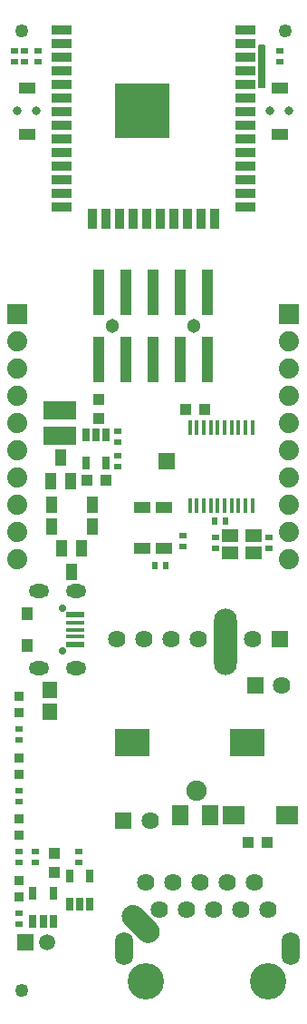
<source format=gbr>
G04 #@! TF.GenerationSoftware,KiCad,Pcbnew,5.1.6-c6e7f7d~87~ubuntu18.04.1*
G04 #@! TF.CreationDate,2021-09-16T13:53:07+03:00*
G04 #@! TF.ProjectId,ESP32-PoE-ISO_Rev_G,45535033-322d-4506-9f45-2d49534f5f52,G*
G04 #@! TF.SameCoordinates,Original*
G04 #@! TF.FileFunction,Soldermask,Top*
G04 #@! TF.FilePolarity,Negative*
%FSLAX46Y46*%
G04 Gerber Fmt 4.6, Leading zero omitted, Abs format (unit mm)*
G04 Created by KiCad (PCBNEW 5.1.6-c6e7f7d~87~ubuntu18.04.1) date 2021-09-16 13:53:07*
%MOMM*%
%LPD*%
G01*
G04 APERTURE LIST*
%ADD10R,1.601600X1.001600*%
%ADD11C,0.801600*%
%ADD12R,1.901600X0.901600*%
%ADD13R,0.901600X1.901600*%
%ADD14R,5.101600X5.101600*%
%ADD15C,2.101600*%
%ADD16R,3.101600X1.701600*%
%ADD17C,1.625600*%
%ADD18R,1.625600X1.625600*%
%ADD19R,1.501600X1.501600*%
%ADD20C,1.501600*%
%ADD21R,1.501600X1.301600*%
%ADD22R,1.501600X1.101600*%
%ADD23R,1.101600X1.501600*%
%ADD24R,0.651600X0.601600*%
%ADD25R,0.651600X1.301600*%
%ADD26R,1.371600X1.625600*%
%ADD27R,0.901600X0.901600*%
%ADD28R,0.601600X0.651600*%
%ADD29C,1.879600*%
%ADD30R,1.879600X1.879600*%
%ADD31R,1.117600X1.117600*%
%ADD32R,0.426600X1.371600*%
%ADD33C,1.254000*%
%ADD34R,1.524000X1.524000*%
%ADD35R,3.301600X2.601600*%
%ADD36O,2.133600X6.197600*%
%ADD37C,1.301600*%
%ADD38R,1.101600X4.351600*%
%ADD39R,1.751600X0.601600*%
%ADD40R,1.751600X0.426600*%
%ADD41C,0.701600*%
%ADD42R,1.101600X1.201600*%
%ADD43O,1.901600X1.301600*%
%ADD44C,3.401601*%
%ADD45O,1.701600X3.101599*%
%ADD46R,2.101600X1.801600*%
%ADD47R,1.625600X1.879600*%
%ADD48C,1.901600*%
%ADD49C,0.203200*%
G04 APERTURE END LIST*
D10*
X115959000Y-106444000D03*
X115959000Y-102090000D03*
D11*
X115059000Y-104267000D03*
X116859000Y-104267000D03*
D10*
X92321000Y-106444000D03*
X92321000Y-102090000D03*
D11*
X91421000Y-104267000D03*
X93221000Y-104267000D03*
D12*
X95540000Y-96725000D03*
X95540000Y-97995000D03*
X95540000Y-99265000D03*
X95540000Y-100535000D03*
X95540000Y-101805000D03*
X95540000Y-103075000D03*
X95540000Y-104345000D03*
X95540000Y-105615000D03*
X95540000Y-106885000D03*
X95540000Y-108155000D03*
X95540000Y-109425000D03*
X95540000Y-110695000D03*
X95540000Y-111965000D03*
X95540000Y-113235000D03*
D13*
X98440000Y-114335000D03*
X99710000Y-114335000D03*
X100980000Y-114335000D03*
X102250000Y-114335000D03*
X103520000Y-114335000D03*
X104790000Y-114335000D03*
X106060000Y-114335000D03*
X107330000Y-114335000D03*
X108600000Y-114335000D03*
X109870000Y-114335000D03*
D12*
X112740000Y-113235000D03*
X112740000Y-111965000D03*
X112740000Y-110695000D03*
X112740000Y-109425000D03*
X112740000Y-108155000D03*
X112740000Y-106885000D03*
X112740000Y-105615000D03*
X112740000Y-104345000D03*
X112740000Y-103075000D03*
X112740000Y-101805000D03*
X112740000Y-100535000D03*
X112740000Y-99265000D03*
X112740000Y-97995000D03*
X112740000Y-96725000D03*
D14*
X103140000Y-104235000D03*
D15*
X103140000Y-104235000D03*
D16*
X95377000Y-132150000D03*
X95377000Y-134550000D03*
D17*
X113411000Y-153543000D03*
D18*
X115951000Y-153543000D03*
D17*
X108331000Y-153543000D03*
X105791000Y-153543000D03*
X100711000Y-153543000D03*
X103251000Y-153543000D03*
D19*
X92209620Y-181759860D03*
D20*
X94221300Y-181757320D03*
D21*
X111338000Y-143853000D03*
X113538000Y-145453000D03*
X113538000Y-143853000D03*
X111338000Y-145453000D03*
D17*
X103866000Y-170434000D03*
D18*
X101366000Y-170434000D03*
D22*
X105156000Y-145029000D03*
X105156000Y-141229000D03*
X103124000Y-145029000D03*
X103124000Y-141229000D03*
G36*
G01*
X102935679Y-181571462D02*
X101498838Y-180134622D01*
G75*
G02*
X101498838Y-178625938I754342J754342D01*
G01*
X101498838Y-178625938D01*
G75*
G02*
X103007522Y-178625938I754342J-754342D01*
G01*
X104444362Y-180062778D01*
G75*
G02*
X104444362Y-181571462I-754342J-754342D01*
G01*
X104444362Y-181571462D01*
G75*
G02*
X102935678Y-181571462I-754342J754342D01*
G01*
G37*
D23*
X94620000Y-140970000D03*
X98420000Y-140970000D03*
X98420000Y-143002000D03*
X94620000Y-143002000D03*
D24*
X92075000Y-99695000D03*
X92075000Y-98679000D03*
X91186000Y-98679000D03*
X91186000Y-99695000D03*
X93091000Y-173355000D03*
X93091000Y-174371000D03*
D25*
X92903000Y-179862000D03*
X93853000Y-179862000D03*
X94803000Y-179862000D03*
X92903000Y-177262000D03*
X94803000Y-177262000D03*
D26*
X94488000Y-158242000D03*
X94488000Y-160274000D03*
D27*
X91567000Y-164592000D03*
X91567000Y-166116000D03*
X91567000Y-160401000D03*
X91567000Y-158877000D03*
D24*
X97155000Y-173355000D03*
X97155000Y-174371000D03*
X100838000Y-137414000D03*
X100838000Y-136398000D03*
X100838000Y-134112000D03*
X100838000Y-135128000D03*
X91567000Y-174371000D03*
X91567000Y-173355000D03*
X91567000Y-162941000D03*
X91567000Y-161925000D03*
X91567000Y-168656000D03*
X91567000Y-167640000D03*
X91567000Y-180086000D03*
X91567000Y-179070000D03*
D28*
X104267000Y-146685000D03*
X105283000Y-146685000D03*
X110871000Y-142494000D03*
X109855000Y-142494000D03*
D29*
X116840000Y-146080000D03*
X116840000Y-143540000D03*
X116840000Y-138460000D03*
X116840000Y-141000000D03*
X116840000Y-135920000D03*
X116840000Y-133380000D03*
D30*
X116840000Y-123220000D03*
D29*
X116840000Y-125760000D03*
X116840000Y-128300000D03*
X116840000Y-130840000D03*
X91440000Y-130840000D03*
X91440000Y-128300000D03*
X91440000Y-125760000D03*
D30*
X91440000Y-123220000D03*
D29*
X91440000Y-133380000D03*
X91440000Y-135920000D03*
X91440000Y-141000000D03*
X91440000Y-138460000D03*
X91440000Y-143540000D03*
X91440000Y-146080000D03*
D31*
X99695000Y-138684000D03*
X97917000Y-138684000D03*
X94869000Y-173482000D03*
X94869000Y-175260000D03*
D25*
X99756000Y-134463000D03*
X98806000Y-134463000D03*
X97856000Y-134463000D03*
X99756000Y-137063000D03*
X97856000Y-137063000D03*
D32*
X107565000Y-141033500D03*
X108215000Y-141033500D03*
X108865000Y-141033500D03*
X109515000Y-141033500D03*
X110165000Y-141033500D03*
X110815000Y-141033500D03*
X111465000Y-141033500D03*
X112115000Y-141033500D03*
X112765000Y-141033500D03*
X113415000Y-141033500D03*
X113415000Y-133794500D03*
X112765000Y-133794500D03*
X112115000Y-133794500D03*
X111465000Y-133794500D03*
X110815000Y-133794500D03*
X110165000Y-133794500D03*
X109515000Y-133794500D03*
X108865000Y-133794500D03*
X108215000Y-133794500D03*
X107565000Y-133794500D03*
D33*
X91821000Y-186309000D03*
X116459000Y-96774000D03*
X91821000Y-96774000D03*
D27*
X91567000Y-171831000D03*
X91567000Y-170307000D03*
D31*
X99060000Y-132969000D03*
X99060000Y-131191000D03*
D27*
X91567000Y-177546000D03*
X91567000Y-176022000D03*
D31*
X107188000Y-132080000D03*
X108966000Y-132080000D03*
D23*
X94554040Y-138775440D03*
X96456500Y-138775440D03*
X95501460Y-136565640D03*
X97469960Y-145069560D03*
X95567500Y-145069560D03*
X96522540Y-147279360D03*
D24*
X115951000Y-98679000D03*
X115951000Y-99695000D03*
X114935000Y-145034000D03*
X114935000Y-144018000D03*
D34*
X105410000Y-136906000D03*
D24*
X109982000Y-144018000D03*
X109982000Y-145034000D03*
X93345000Y-99695000D03*
X93345000Y-98679000D03*
D35*
X112919000Y-163195000D03*
X102219000Y-163195000D03*
D24*
X106934000Y-144907000D03*
X106934000Y-143891000D03*
D36*
X110871000Y-153733500D03*
D37*
X107950000Y-124333000D03*
D38*
X99060000Y-127458000D03*
X99060000Y-121208000D03*
X101600000Y-127458000D03*
X101600000Y-121208000D03*
X104140000Y-127458000D03*
X104140000Y-121208000D03*
X106680000Y-127458000D03*
X106680000Y-121208000D03*
X109220000Y-127458000D03*
X109220000Y-121208000D03*
D37*
X100330000Y-124333000D03*
D39*
X96876000Y-151266500D03*
D40*
X96876000Y-152004000D03*
X96876000Y-152654000D03*
X96876000Y-153304000D03*
D39*
X96876000Y-154041500D03*
D41*
X95626000Y-150654000D03*
X95626000Y-154654000D03*
D42*
X92326000Y-151154000D03*
X92326000Y-154154000D03*
D43*
X93476000Y-149054000D03*
X96946000Y-149054000D03*
X96946000Y-156254000D03*
X93476000Y-156254000D03*
D25*
X96332000Y-178211000D03*
X97282000Y-178211000D03*
X98232000Y-178211000D03*
X96332000Y-175611000D03*
X98232000Y-175611000D03*
D44*
X114915000Y-185443000D03*
X103485000Y-185443000D03*
D45*
X117000000Y-182393000D03*
X101400000Y-182393000D03*
D17*
X114915000Y-178793000D03*
X113645000Y-176253000D03*
X112375000Y-178793000D03*
X111105000Y-176253000D03*
X109835000Y-178793000D03*
X108565000Y-176253000D03*
X107295000Y-178793000D03*
X106025000Y-176253000D03*
X104755000Y-178793000D03*
X103485000Y-176253000D03*
X116185000Y-157861000D03*
D18*
X113685000Y-157861000D03*
D46*
X116673000Y-169926000D03*
X111673000Y-169926000D03*
D47*
X106680000Y-169926000D03*
X109474000Y-169926000D03*
D48*
X108204000Y-167646000D03*
D31*
X114808000Y-172466000D03*
X113030000Y-172466000D03*
D49*
G36*
X114579400Y-102006400D02*
G01*
X114020600Y-102006400D01*
X114020600Y-98145600D01*
X114579400Y-98145600D01*
X114579400Y-102006400D01*
G37*
X114579400Y-102006400D02*
X114020600Y-102006400D01*
X114020600Y-98145600D01*
X114579400Y-98145600D01*
X114579400Y-102006400D01*
M02*

</source>
